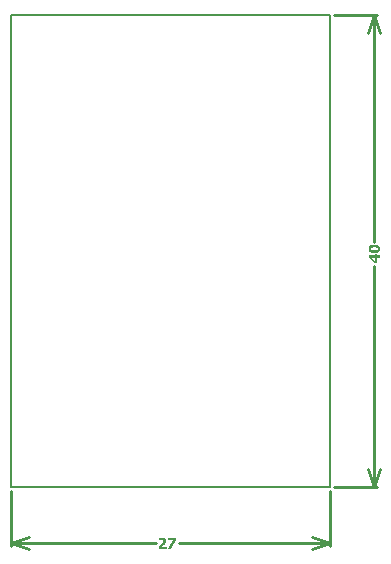
<source format=gm1>
G04*
G04 #@! TF.GenerationSoftware,Altium Limited,Altium Designer,19.1.8 (144)*
G04*
G04 Layer_Color=16711935*
%FSLAX25Y25*%
%MOIN*%
G70*
G01*
G75*
%ADD10C,0.00787*%
%ADD78C,0.01000*%
G36*
X121306Y80750D02*
X121361D01*
X121415Y80745D01*
X121546Y80735D01*
X121680Y80720D01*
X121826Y80700D01*
X121960Y80675D01*
X121966D01*
X121976Y80670D01*
X121995Y80665D01*
X122020Y80660D01*
X122050Y80655D01*
X122085Y80645D01*
X122166Y80615D01*
X122256Y80585D01*
X122355Y80540D01*
X122450Y80495D01*
X122546Y80435D01*
X122550D01*
X122555Y80430D01*
X122585Y80405D01*
X122626Y80370D01*
X122676Y80320D01*
X122736Y80260D01*
X122795Y80185D01*
X122851Y80100D01*
X122900Y80005D01*
Y80000D01*
X122906Y79995D01*
X122910Y79980D01*
X122921Y79960D01*
X122931Y79935D01*
X122941Y79905D01*
X122960Y79825D01*
X122980Y79735D01*
X123001Y79625D01*
X123015Y79500D01*
X123021Y79360D01*
Y79295D01*
X123015Y79265D01*
Y79225D01*
X123005Y79135D01*
X122991Y79035D01*
X122970Y78930D01*
X122941Y78820D01*
X122900Y78715D01*
Y78710D01*
X122896Y78705D01*
X122886Y78690D01*
X122875Y78670D01*
X122851Y78625D01*
X122810Y78560D01*
X122760Y78495D01*
X122696Y78420D01*
X122626Y78350D01*
X122540Y78285D01*
X122536D01*
X122530Y78280D01*
X122515Y78270D01*
X122501Y78260D01*
X122445Y78230D01*
X122380Y78195D01*
X122295Y78155D01*
X122195Y78115D01*
X122081Y78075D01*
X121956Y78045D01*
X121950D01*
X121941Y78040D01*
X121921D01*
X121896Y78035D01*
X121861Y78030D01*
X121820Y78020D01*
X121775Y78015D01*
X121721Y78010D01*
X121666Y78000D01*
X121600Y77995D01*
X121466Y77980D01*
X121310Y77975D01*
X121141Y77970D01*
X121135D01*
X121121D01*
X121096D01*
X121061D01*
X121020D01*
X120970Y77975D01*
X120915D01*
X120855Y77980D01*
X120730Y77985D01*
X120590Y78000D01*
X120456Y78015D01*
X120320Y78040D01*
X120316D01*
X120306Y78045D01*
X120285Y78050D01*
X120265Y78055D01*
X120236Y78065D01*
X120201Y78075D01*
X120121Y78100D01*
X120030Y78135D01*
X119931Y78175D01*
X119831Y78230D01*
X119736Y78290D01*
X119730D01*
X119726Y78300D01*
X119695Y78320D01*
X119656Y78360D01*
X119600Y78410D01*
X119541Y78470D01*
X119481Y78545D01*
X119425Y78630D01*
X119376Y78725D01*
Y78730D01*
X119370Y78735D01*
X119366Y78750D01*
X119355Y78770D01*
X119345Y78800D01*
X119335Y78830D01*
X119316Y78905D01*
X119296Y78995D01*
X119275Y79105D01*
X119261Y79225D01*
X119255Y79360D01*
Y79425D01*
X119261Y79460D01*
Y79495D01*
X119271Y79590D01*
X119286Y79690D01*
X119310Y79800D01*
X119341Y79910D01*
X119380Y80010D01*
Y80015D01*
X119386Y80020D01*
X119395Y80035D01*
X119405Y80055D01*
X119430Y80100D01*
X119471Y80160D01*
X119526Y80230D01*
X119586Y80300D01*
X119660Y80375D01*
X119746Y80440D01*
X119750D01*
X119755Y80445D01*
X119771Y80455D01*
X119790Y80465D01*
X119841Y80495D01*
X119911Y80530D01*
X119995Y80570D01*
X120096Y80610D01*
X120211Y80650D01*
X120335Y80680D01*
X120341D01*
X120351Y80685D01*
X120370D01*
X120396Y80690D01*
X120431Y80700D01*
X120470Y80705D01*
X120516Y80710D01*
X120565Y80720D01*
X120625Y80725D01*
X120686Y80730D01*
X120820Y80745D01*
X120975Y80750D01*
X121141Y80755D01*
X121145D01*
X121160D01*
X121186D01*
X121221D01*
X121260D01*
X121306Y80750D01*
D02*
G37*
G36*
X122106Y77190D02*
X122956D01*
Y76310D01*
X122106D01*
Y74725D01*
X121435D01*
X119331Y76280D01*
Y77190D01*
X121456D01*
Y77680D01*
X122106D01*
Y77190D01*
D02*
G37*
G36*
X55020Y-17651D02*
X53480Y-20546D01*
X52475D01*
X54080Y-17611D01*
X52365D01*
Y-16931D01*
X55020D01*
Y-17651D01*
D02*
G37*
G36*
X50575Y-16861D02*
X50630Y-16866D01*
X50690Y-16871D01*
X50760Y-16881D01*
X50835Y-16891D01*
X50990Y-16926D01*
X51075Y-16951D01*
X51155Y-16976D01*
X51235Y-17011D01*
X51310Y-17051D01*
X51380Y-17096D01*
X51445Y-17146D01*
X51450Y-17151D01*
X51460Y-17161D01*
X51475Y-17176D01*
X51500Y-17196D01*
X51525Y-17226D01*
X51550Y-17261D01*
X51580Y-17306D01*
X51615Y-17351D01*
X51645Y-17406D01*
X51675Y-17466D01*
X51700Y-17536D01*
X51730Y-17606D01*
X51750Y-17681D01*
X51765Y-17766D01*
X51775Y-17856D01*
X51780Y-17951D01*
Y-17956D01*
Y-17966D01*
Y-17981D01*
Y-18006D01*
X51775Y-18036D01*
X51770Y-18071D01*
X51760Y-18151D01*
X51740Y-18251D01*
X51715Y-18356D01*
X51675Y-18471D01*
X51625Y-18586D01*
Y-18591D01*
X51620Y-18601D01*
X51610Y-18616D01*
X51595Y-18641D01*
X51580Y-18666D01*
X51560Y-18701D01*
X51505Y-18781D01*
X51435Y-18881D01*
X51350Y-18991D01*
X51245Y-19111D01*
X51125Y-19241D01*
X51115Y-19251D01*
X51090Y-19276D01*
X51045Y-19321D01*
X50990Y-19371D01*
X50925Y-19431D01*
X50855Y-19496D01*
X50700Y-19631D01*
X50690Y-19636D01*
X50665Y-19656D01*
X50630Y-19686D01*
X50585Y-19721D01*
X50485Y-19801D01*
X50440Y-19836D01*
X50400Y-19866D01*
X51940D01*
Y-20546D01*
X49280D01*
Y-19961D01*
X49285Y-19956D01*
X49295Y-19951D01*
X49315Y-19936D01*
X49335Y-19916D01*
X49365Y-19891D01*
X49400Y-19861D01*
X49480Y-19796D01*
X49575Y-19721D01*
X49675Y-19636D01*
X49780Y-19546D01*
X49885Y-19456D01*
X49890Y-19451D01*
X49895Y-19446D01*
X49910Y-19431D01*
X49930Y-19416D01*
X49980Y-19371D01*
X50045Y-19311D01*
X50120Y-19241D01*
X50200Y-19161D01*
X50280Y-19081D01*
X50360Y-19001D01*
X50365Y-18996D01*
X50370Y-18986D01*
X50385Y-18976D01*
X50405Y-18956D01*
X50450Y-18901D01*
X50510Y-18836D01*
X50570Y-18756D01*
X50635Y-18676D01*
X50695Y-18591D01*
X50745Y-18511D01*
X50750Y-18501D01*
X50765Y-18476D01*
X50785Y-18431D01*
X50805Y-18376D01*
X50825Y-18311D01*
X50845Y-18241D01*
X50860Y-18161D01*
X50865Y-18076D01*
Y-18071D01*
Y-18066D01*
Y-18036D01*
X50855Y-17986D01*
X50845Y-17931D01*
X50825Y-17871D01*
X50800Y-17806D01*
X50760Y-17741D01*
X50710Y-17686D01*
X50705Y-17681D01*
X50685Y-17666D01*
X50650Y-17641D01*
X50600Y-17616D01*
X50540Y-17596D01*
X50470Y-17571D01*
X50385Y-17556D01*
X50290Y-17551D01*
X50240D01*
X50205Y-17556D01*
X50165Y-17561D01*
X50125Y-17566D01*
X50030Y-17586D01*
X50025D01*
X50010Y-17591D01*
X49985Y-17601D01*
X49950Y-17611D01*
X49915Y-17621D01*
X49870Y-17641D01*
X49780Y-17676D01*
X49775D01*
X49760Y-17686D01*
X49735Y-17696D01*
X49705Y-17711D01*
X49635Y-17746D01*
X49565Y-17791D01*
X49560D01*
X49550Y-17801D01*
X49520Y-17821D01*
X49475Y-17846D01*
X49440Y-17871D01*
X49370D01*
Y-17086D01*
X49375Y-17081D01*
X49400Y-17071D01*
X49435Y-17056D01*
X49485Y-17041D01*
X49550Y-17016D01*
X49635Y-16991D01*
X49730Y-16966D01*
X49845Y-16936D01*
X49850D01*
X49860Y-16931D01*
X49875Y-16926D01*
X49900Y-16921D01*
X49930Y-16916D01*
X49965Y-16911D01*
X50045Y-16896D01*
X50140Y-16881D01*
X50245Y-16866D01*
X50355Y-16861D01*
X50470Y-16856D01*
X50530D01*
X50575Y-16861D01*
D02*
G37*
%LPC*%
G36*
X121260Y79845D02*
X121141D01*
X121131D01*
X121110D01*
X121075D01*
X121030D01*
X120975Y79840D01*
X120911D01*
X120845Y79835D01*
X120771Y79830D01*
X120610Y79815D01*
X120456Y79795D01*
X120380Y79785D01*
X120316Y79770D01*
X120250Y79750D01*
X120195Y79730D01*
X120191D01*
X120185Y79725D01*
X120150Y79710D01*
X120110Y79680D01*
X120055Y79645D01*
X120006Y79590D01*
X119966Y79530D01*
X119931Y79450D01*
X119925Y79405D01*
X119921Y79360D01*
Y79350D01*
X119925Y79320D01*
X119936Y79270D01*
X119956Y79215D01*
X119985Y79155D01*
X120036Y79095D01*
X120065Y79065D01*
X120106Y79040D01*
X120145Y79010D01*
X120195Y78990D01*
X120201D01*
X120211Y78985D01*
X120226Y78980D01*
X120250Y78975D01*
X120281Y78965D01*
X120316Y78955D01*
X120361Y78945D01*
X120415Y78935D01*
X120475Y78925D01*
X120545Y78915D01*
X120621Y78905D01*
X120705Y78895D01*
X120800Y78890D01*
X120905Y78885D01*
X121020Y78880D01*
X121141D01*
X121145D01*
X121170D01*
X121205D01*
X121250D01*
X121300Y78885D01*
X121365D01*
X121435Y78890D01*
X121505Y78895D01*
X121660Y78905D01*
X121816Y78925D01*
X121890Y78940D01*
X121960Y78955D01*
X122026Y78970D01*
X122081Y78990D01*
X122085D01*
X122090Y78995D01*
X122125Y79010D01*
X122166Y79040D01*
X122215Y79080D01*
X122271Y79130D01*
X122310Y79195D01*
X122345Y79270D01*
X122351Y79315D01*
X122355Y79360D01*
Y79370D01*
X122351Y79405D01*
X122341Y79450D01*
X122320Y79505D01*
X122291Y79565D01*
X122240Y79625D01*
X122205Y79655D01*
X122170Y79685D01*
X122131Y79710D01*
X122081Y79730D01*
X122075D01*
X122065Y79735D01*
X122050Y79740D01*
X122026Y79750D01*
X121995Y79755D01*
X121960Y79765D01*
X121911Y79775D01*
X121861Y79790D01*
X121800Y79800D01*
X121730Y79810D01*
X121655Y79820D01*
X121565Y79825D01*
X121476Y79835D01*
X121370Y79840D01*
X121260Y79845D01*
D02*
G37*
G36*
X121456Y76310D02*
X120226D01*
X121456Y75395D01*
Y76310D01*
D02*
G37*
%LPD*%
D10*
X0Y157480D02*
X106299D01*
Y0D02*
Y157480D01*
X0Y0D02*
X106299D01*
X0D02*
Y157480D01*
D78*
X121063D02*
X123063Y151480D01*
X119063D02*
X121063Y157480D01*
X119063Y6000D02*
X121063Y0D01*
X123063Y6000D01*
X121063Y81755D02*
Y157480D01*
Y0D02*
Y73725D01*
X107693Y157480D02*
X122063D01*
X107693Y0D02*
X122063D01*
X0Y-18701D02*
X6000Y-16701D01*
X0Y-18701D02*
X6000Y-20701D01*
X100299D02*
X106299Y-18701D01*
X100299Y-16701D02*
X106299Y-18701D01*
X0D02*
X48280D01*
X56020D02*
X106299D01*
X0Y-19701D02*
Y-1394D01*
X106299Y-19701D02*
Y-1394D01*
M02*

</source>
